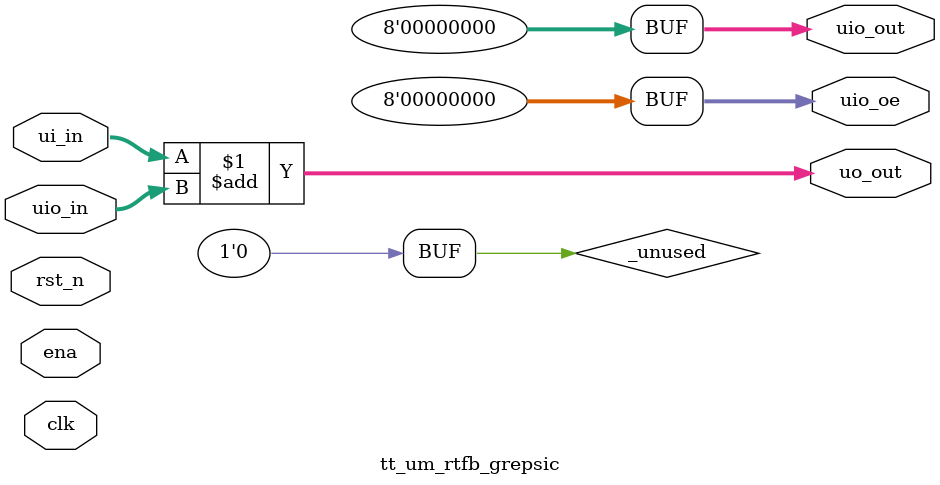
<source format=v>
/*
 * Copyright (c) 2024 Your Name
 * SPDX-License-Identifier: Apache-2.0
 */

`default_nettype none

module tt_um_rtfb_grepsic (
    input  wire [7:0] ui_in,    // Dedicated inputs
    output wire [7:0] uo_out,   // Dedicated outputs
    input  wire [7:0] uio_in,   // IOs: Input path
    output wire [7:0] uio_out,  // IOs: Output path
    output wire [7:0] uio_oe,   // IOs: Enable path (active high: 0=input, 1=output)
    input  wire       ena,      // always 1 when the design is powered, so you can ignore it
    input  wire       clk,      // clock
    input  wire       rst_n     // reset_n - low to reset
);

  // All output pins must be assigned. If not used, assign to 0.
  assign uo_out  = ui_in + uio_in;  // Example: ou_out is the sum of ui_in and uio_in
  assign uio_out = 0;
  assign uio_oe  = 0;

  // List all unused inputs to prevent warnings
  wire _unused = &{ena, clk, rst_n, 1'b0};

endmodule

</source>
